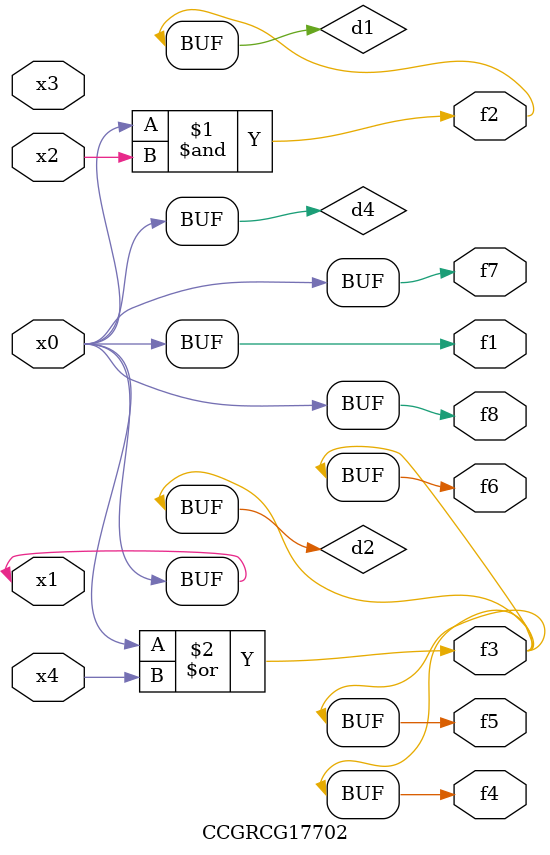
<source format=v>
module CCGRCG17702(
	input x0, x1, x2, x3, x4,
	output f1, f2, f3, f4, f5, f6, f7, f8
);

	wire d1, d2, d3, d4;

	and (d1, x0, x2);
	or (d2, x0, x4);
	nand (d3, x0, x2);
	buf (d4, x0, x1);
	assign f1 = d4;
	assign f2 = d1;
	assign f3 = d2;
	assign f4 = d2;
	assign f5 = d2;
	assign f6 = d2;
	assign f7 = d4;
	assign f8 = d4;
endmodule

</source>
